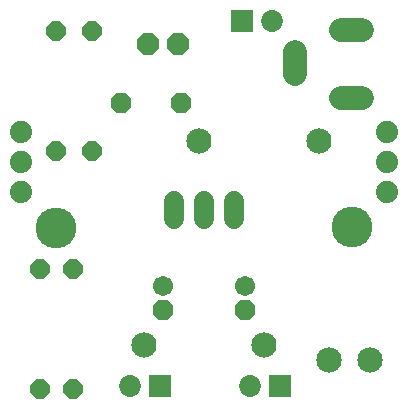
<source format=gts>
G04 EAGLE Gerber RS-274X export*
G75*
%MOMM*%
%FSLAX34Y34*%
%LPD*%
%INSoldermask Top*%
%IPPOS*%
%AMOC8*
5,1,8,0,0,1.08239X$1,22.5*%
G01*
%ADD10C,3.453200*%
%ADD11P,1.843527X8X292.500000*%
%ADD12C,1.703200*%
%ADD13C,2.133600*%
%ADD14C,1.727200*%
%ADD15C,2.153200*%
%ADD16R,1.853200X1.853200*%
%ADD17C,1.853200*%
%ADD18P,1.767759X8X112.500000*%
%ADD19P,1.767759X8X292.500000*%
%ADD20C,2.003200*%
%ADD21P,1.843527X8X22.500000*%
%ADD22C,1.879600*%
%ADD23P,2.034460X8X22.500000*%


D10*
X300000Y155000D03*
X50000Y154000D03*
D11*
X140000Y84840D03*
D12*
X140000Y105160D03*
D11*
X210000Y84840D03*
D12*
X210000Y105160D03*
D13*
X272800Y228000D03*
X171200Y228000D03*
D14*
X149600Y177220D02*
X149600Y161980D01*
X175000Y161980D02*
X175000Y177220D01*
X200400Y177220D02*
X200400Y161980D01*
D15*
X315900Y42180D03*
X280900Y42180D03*
D16*
X239300Y20400D03*
D17*
X213900Y20400D03*
D16*
X137700Y20400D03*
D17*
X112300Y20400D03*
D18*
X36000Y18200D03*
X36000Y119800D03*
D19*
X64000Y119800D03*
X64000Y18200D03*
D20*
X291000Y322000D02*
X309000Y322000D01*
X309000Y264000D02*
X291000Y264000D01*
X252000Y285000D02*
X252000Y303000D01*
D21*
X104600Y260000D03*
X155400Y260000D03*
D16*
X207300Y330000D03*
D17*
X232700Y330000D03*
D22*
X330000Y210000D03*
X330000Y235400D03*
X330000Y184600D03*
X20000Y210000D03*
X20000Y184600D03*
X20000Y235400D03*
D19*
X50000Y320800D03*
X50000Y219200D03*
X80000Y320800D03*
X80000Y219200D03*
D23*
X127300Y310000D03*
X152700Y310000D03*
D13*
X124200Y55000D03*
X225800Y55000D03*
M02*

</source>
